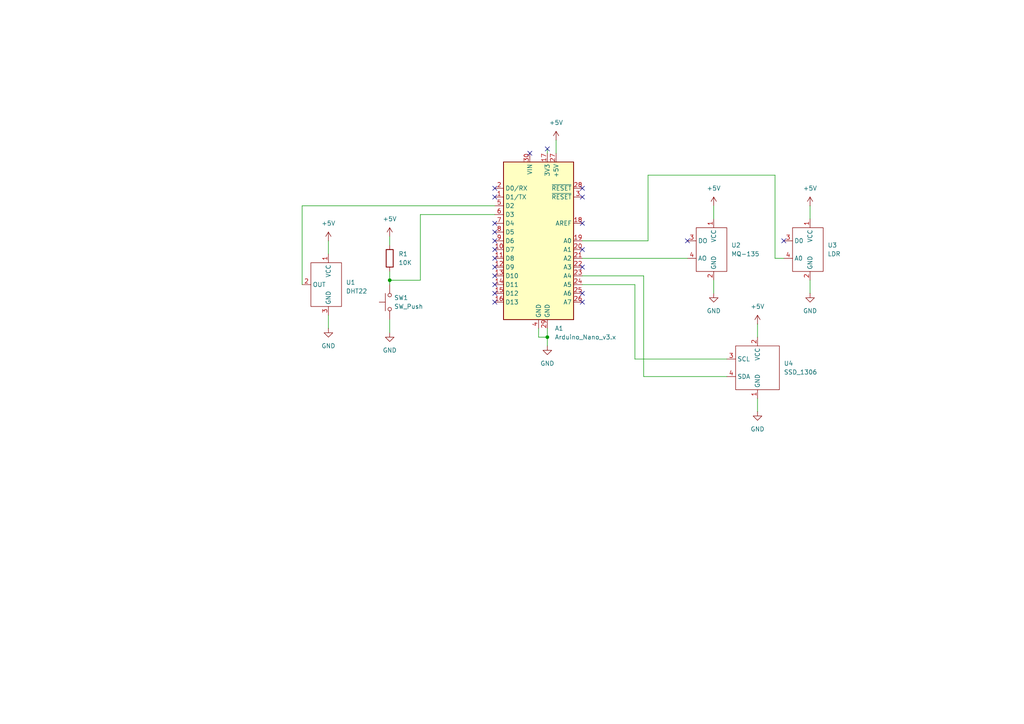
<source format=kicad_sch>
(kicad_sch (version 20250114) (generator "eeschema") (generator_version "9.0")
  (paper "A4")
  (lib_symbols
    (symbol "Device:R" (pin_numbers (hide yes)) (pin_names (offset 0))
      (property "Reference" "R" (at 2.032 0 90))
      (property "Value" "R" (at 0 0 90))
      (symbol "R_0_1"
        (rectangle (start -1.016 -2.54) (end 1.016 2.54) (stroke (width 0.254)))
      )
      (symbol "R_1_1"
        (pin passive line (at 0 3.81 270) (length 1.27) (name "~") (number "1"))
        (pin passive line (at 0 -3.81 90) (length 1.27) (name "~") (number "2"))
      )
    )
    (symbol "LDR:ldr_board"
      (property "Reference" "U" (at 0 0 0))
      (property "Value" "LDR" (at 5.842 0 0))
      (symbol "ldr_board_0_1"
        (rectangle (start -5.08 6.35) (end 3.81 -6.35))
      )
      (symbol "ldr_board_1_1"
        (pin output line (at -7.62 2.54 0) (length 2.54) (name "D0") (number "3"))
        (pin output line (at -7.62 -2.54 0) (length 2.54) (name "A0") (number "4"))
        (pin power_in line (at 0 8.89 270) (length 2.54) (name "VCC") (number "1"))
        (pin power_in line (at 0 -8.89 90) (length 2.54) (name "GND") (number "2"))
      )
    )
    (symbol "MCU_Module:Arduino_Nano_v3.x"
      (property "Reference" "A" (at -10.16 23.495 0))
      (property "Value" "Arduino_Nano_v3.x" (at 5.08 -24.13 0))
      (symbol "Arduino_Nano_v3.x_0_1"
        (rectangle (start -10.16 22.86) (end 10.16 -22.86) (stroke (width 0.254)) (fill (type background)))
      )
      (symbol "Arduino_Nano_v3.x_1_1"
        (pin bidirectional line (at -12.7 15.24 0) (length 2.54) (name "D0/RX") (number "2"))
        (pin bidirectional line (at -12.7 12.7 0) (length 2.54) (name "D1/TX") (number "1"))
        (pin bidirectional line (at -12.7 10.16 0) (length 2.54) (name "D2") (number "5"))
        (pin bidirectional line (at -12.7 7.62 0) (length 2.54) (name "D3") (number "6"))
        (pin bidirectional line (at -12.7 5.08 0) (length 2.54) (name "D4") (number "7"))
        (pin bidirectional line (at -12.7 2.54 0) (length 2.54) (name "D5") (number "8"))
        (pin bidirectional line (at -12.7 0 0) (length 2.54) (name "D6") (number "9"))
        (pin bidirectional line (at -12.7 -2.54 0) (length 2.54) (name "D7") (number "10"))
        (pin bidirectional line (at -12.7 -5.08 0) (length 2.54) (name "D8") (number "11"))
        (pin bidirectional line (at -12.7 -7.62 0) (length 2.54) (name "D9") (number "12"))
        (pin bidirectional line (at -12.7 -10.16 0) (length 2.54) (name "D10") (number "13"))
        (pin bidirectional line (at -12.7 -12.7 0) (length 2.54) (name "D11") (number "14"))
        (pin bidirectional line (at -12.7 -15.24 0) (length 2.54) (name "D12") (number "15"))
        (pin bidirectional line (at -12.7 -17.78 0) (length 2.54) (name "D13") (number "16"))
        (pin power_in line (at -2.54 25.4 270) (length 2.54) (name "VIN") (number "30"))
        (pin power_in line (at 0 -25.4 90) (length 2.54) (name "GND") (number "4"))
        (pin power_out line (at 2.54 25.4 270) (length 2.54) (name "3V3") (number "17"))
        (pin power_in line (at 2.54 -25.4 90) (length 2.54) (name "GND") (number "29"))
        (pin power_out line (at 5.08 25.4 270) (length 2.54) (name "+5V") (number "27"))
        (pin input line (at 12.7 15.24 180) (length 2.54) (name "~{RESET}") (number "28"))
        (pin input line (at 12.7 12.7 180) (length 2.54) (name "~{RESET}") (number "3"))
        (pin input line (at 12.7 5.08 180) (length 2.54) (name "AREF") (number "18"))
        (pin bidirectional line (at 12.7 0 180) (length 2.54) (name "A0") (number "19"))
        (pin bidirectional line (at 12.7 -2.54 180) (length 2.54) (name "A1") (number "20"))
        (pin bidirectional line (at 12.7 -5.08 180) (length 2.54) (name "A2") (number "21"))
        (pin bidirectional line (at 12.7 -7.62 180) (length 2.54) (name "A3") (number "22"))
        (pin bidirectional line (at 12.7 -10.16 180) (length 2.54) (name "A4") (number "23"))
        (pin bidirectional line (at 12.7 -12.7 180) (length 2.54) (name "A5") (number "24"))
        (pin bidirectional line (at 12.7 -15.24 180) (length 2.54) (name "A6") (number "25"))
        (pin bidirectional line (at 12.7 -17.78 180) (length 2.54) (name "A7") (number "26"))
      )
    )
    (symbol "MQ-Gas:MQ135"
      (property "Reference" "U" (at 0 0 0))
      (property "Value" "MQ-135" (at 8.128 0 0))
      (symbol "MQ135_0_1"
        (rectangle (start -5.08 6.35) (end 3.81 -6.35))
      )
      (symbol "MQ135_1_1"
        (pin output line (at -7.62 2.54 0) (length 2.54) (name "DO") (number "3"))
        (pin output line (at -7.62 -2.54 0) (length 2.54) (name "AO") (number "4"))
        (pin power_in line (at 0 8.89 270) (length 2.54) (name "VCC") (number "1"))
        (pin power_in line (at 0 -8.89 90) (length 2.54) (name "GND") (number "2"))
      )
    )
    (symbol "Switch:SW_Push" (pin_numbers (hide yes)) (pin_names (offset 1.016) (hide yes))
      (property "Reference" "SW" (at 1.27 2.54 0))
      (property "Value" "SW_Push" (at 0 -1.524 0))
      (symbol "SW_Push_0_1"
        (circle (center -2.032 0) (radius 0.508))
        (polyline (pts (xy 0 1.27) (xy 0 3.048)))
        (circle (center 2.032 0) (radius 0.508))
        (polyline (pts (xy 2.54 1.27) (xy -2.54 1.27)))
        (pin passive line (at -5.08 0 0) (length 2.54) (name "1") (number "1"))
        (pin passive line (at 5.08 0 180) (length 2.54) (name "2") (number "2"))
      )
    )
    (symbol "dht22:DHT22_Port"
      (property "Reference" "U" (at 0 0 0))
      (property "Value" "DHT22" (at 7.112 0 0))
      (symbol "DHT22_Port_0_1"
        (rectangle (start -5.08 6.35) (end 3.81 -6.35))
      )
      (symbol "DHT22_Port_1_1"
        (pin output line (at -7.62 0 0) (length 2.54) (name "OUT") (number "2"))
        (pin input line (at 0 8.89 270) (length 2.54) (name "VCC") (number "1"))
        (pin input line (at 0 -8.89 90) (length 2.54) (name "GND") (number "3"))
      )
    )
    (symbol "oled_screen:OLED_SCREEN_PORT"
      (property "Reference" "U" (at 0 0 0))
      (property "Value" "SSD_1306" (at 11.938 0.254 0))
      (symbol "OLED_SCREEN_PORT_0_1"
        (rectangle (start -6.35 6.35) (end 6.35 -6.35))
      )
      (symbol "OLED_SCREEN_PORT_1_1"
        (pin input line (at -8.89 2.54 0) (length 2.54) (name "SCL") (number "3"))
        (pin bidirectional line (at -8.89 -2.54 0) (length 2.54) (name "SDA") (number "4"))
        (pin power_in line (at 0 8.89 270) (length 2.54) (name "VCC") (number "2"))
        (pin power_in line (at 0 -8.89 90) (length 2.54) (name "GND") (number "1"))
      )
    )
    (symbol "power:+5V" (power) (pin_numbers (hide yes)) (pin_names (offset 0) (hide yes))
      (property "Value" "+5V" (at 0 3.556 0))
      (symbol "+5V_0_1"
        (polyline (pts (xy -0.762 1.27) (xy 0 2.54)))
        (polyline (pts (xy 0 2.54) (xy 0.762 1.27)))
        (polyline (pts (xy 0 0) (xy 0 2.54)))
      )
      (symbol "+5V_1_1"
        (pin power_in line (at 0 0 90) (length 0) (name "~") (number "1"))
      )
    )
    (symbol "power:GND" (power) (pin_numbers (hide yes)) (pin_names (offset 0) (hide yes))
      (property "Value" "GND" (at 0 -3.81 0))
      (symbol "GND_0_1"
        (polyline (pts (xy 0 0) (xy 0 -1.27) (xy 1.27 -1.27) (xy 0 -2.54) (xy -1.27 -1.27) (xy 0 -1.27)))
      )
      (symbol "GND_1_1"
        (pin power_in line (at 0 0 270) (length 0) (name "~") (number "1"))
      )
    )
  )
  (junction (at 158.75 97.79))
  (junction (at 113.03 81.28))
  (no_connect (at 227.33 69.85))
  (no_connect (at 143.51 77.47))
  (no_connect (at 168.91 85.09))
  (no_connect (at 168.91 64.77))
  (no_connect (at 143.51 67.31))
  (no_connect (at 143.51 85.09))
  (no_connect (at 199.39 69.85))
  (no_connect (at 168.91 77.47))
  (no_connect (at 143.51 69.85))
  (no_connect (at 168.91 57.15))
  (no_connect (at 168.91 87.63))
  (no_connect (at 143.51 74.93))
  (no_connect (at 143.51 57.15))
  (no_connect (at 143.51 54.61))
  (no_connect (at 143.51 82.55))
  (no_connect (at 168.91 54.61))
  (no_connect (at 143.51 80.01))
  (no_connect (at 153.67 44.45))
  (no_connect (at 143.51 87.63))
  (no_connect (at 158.75 43.18))
  (no_connect (at 168.91 72.39))
  (no_connect (at 143.51 72.39))
  (no_connect (at 143.51 64.77))
  (wire (pts (xy 156.21 97.79) (xy 158.75 97.79)))
  (wire (pts (xy 158.75 97.79) (xy 158.75 100.33)))
  (wire (pts (xy 184.15 82.55) (xy 184.15 104.14)))
  (wire (pts (xy 168.91 74.93) (xy 199.39 74.93)))
  (wire (pts (xy 113.03 81.28) (xy 113.03 82.55)))
  (wire (pts (xy 158.75 95.25) (xy 158.75 97.79)))
  (wire (pts (xy 187.96 50.8) (xy 224.79 50.8)))
  (wire (pts (xy 121.92 62.23) (xy 121.92 81.28)))
  (wire (pts (xy 113.03 78.74) (xy 113.03 81.28)))
  (wire (pts (xy 168.91 69.85) (xy 187.96 69.85)))
  (wire (pts (xy 113.03 92.71) (xy 113.03 96.52)))
  (wire (pts (xy 95.25 91.44) (xy 95.25 95.25)))
  (wire (pts (xy 186.69 109.22) (xy 186.69 80.01)))
  (wire (pts (xy 210.82 109.22) (xy 186.69 109.22)))
  (wire (pts (xy 234.95 81.28) (xy 234.95 85.09)))
  (wire (pts (xy 158.75 44.45) (xy 158.75 43.18)))
  (wire (pts (xy 87.63 59.69) (xy 143.51 59.69)))
  (wire (pts (xy 184.15 104.14) (xy 210.82 104.14)))
  (wire (pts (xy 121.92 81.28) (xy 113.03 81.28)))
  (wire (pts (xy 234.95 59.69) (xy 234.95 63.5)))
  (wire (pts (xy 143.51 62.23) (xy 121.92 62.23)))
  (wire (pts (xy 87.63 82.55) (xy 87.63 59.69)))
  (wire (pts (xy 207.01 59.69) (xy 207.01 63.5)))
  (wire (pts (xy 224.79 74.93) (xy 227.33 74.93)))
  (wire (pts (xy 156.21 95.25) (xy 156.21 97.79)))
  (wire (pts (xy 186.69 80.01) (xy 168.91 80.01)))
  (wire (pts (xy 219.71 93.98) (xy 219.71 97.79)))
  (wire (pts (xy 224.79 50.8) (xy 224.79 74.93)))
  (wire (pts (xy 113.03 68.58) (xy 113.03 71.12)))
  (wire (pts (xy 219.71 115.57) (xy 219.71 119.38)))
  (wire (pts (xy 95.25 69.85) (xy 95.25 73.66)))
  (wire (pts (xy 184.15 82.55) (xy 168.91 82.55)))
  (wire (pts (xy 207.01 81.28) (xy 207.01 85.09)))
  (wire (pts (xy 161.29 40.64) (xy 161.29 44.45)))
  (wire (pts (xy 187.96 69.85) (xy 187.96 50.8)))
  (symbol (lib_id "LDR:ldr_board") (at 234.95 72.39 0) (unit 1)
    (property "Reference" "U3" (at 240.03 71.1199 0) (effects (justify left)))
    (property "Value" "LDR" (at 240.03 73.6599 0) (effects (justify left)))
    (property "Footprint" "Connector_PinSocket_2.54mm:PinSocket_1x04_P2.54mm_Horizontal" (effects (hide yes)))
  )
  (symbol (lib_id "Switch:SW_Push") (at 113.03 87.63 90) (unit 1)
    (property "Reference" "SW1" (at 114.3 86.3599 90) (effects (justify right)))
    (property "Value" "SW_Push" (at 114.3 88.8999 90) (effects (justify right)))
    (property "Footprint" "Button_Switch_THT:SW_PUSH_6mm_H5mm" (effects (hide yes)))
    (property "Description" "Push button switch, generic, two pins" (effects (hide yes)))
  )
  (symbol (lib_id "Device:R") (at 113.03 74.93 0) (unit 1)
    (property "Reference" "R1" (at 115.57 73.6599 0) (effects (justify left)))
    (property "Value" "10K" (at 115.57 76.1999 0) (effects (justify left)))
    (property "Footprint" "Resistor_THT:R_Axial_DIN0207_L6.3mm_D2.5mm_P7.62mm_Horizontal" (effects (hide yes)))
    (property "Description" "Resistor" (effects (hide yes)))
  )
  (symbol (lib_id "MQ-Gas:MQ135") (at 207.01 72.39 0) (unit 1)
    (property "Reference" "U2" (at 212.09 71.1199 0) (effects (justify left)))
    (property "Value" "MQ-135" (at 212.09 73.6599 0) (effects (justify left)))
    (property "Footprint" "Connector_PinSocket_2.54mm:PinSocket_1x04_P2.54mm_Horizontal" (effects (hide yes)))
  )
  (symbol (lib_id "power:+5V") (at 113.03 68.58 0) (unit 1)
    (property "Reference" "#PWR04" (effects (hide yes)))
    (property "Value" "+5V" (at 113.03 63.5 0))
    (property "Description" "Power symbol creates a global label with name \"+5V\"" (effects (hide yes)))
  )
  (symbol (lib_id "power:GND") (at 113.03 96.52 0) (unit 1)
    (property "Reference" "#PWR05" (effects (hide yes)))
    (property "Value" "GND" (at 113.03 101.6 0))
    (property "Description" "Power symbol creates a global label with name \"GND\" , ground" (effects (hide yes)))
  )
  (symbol (lib_id "power:GND") (at 158.75 100.33 0) (unit 1)
    (property "Reference" "#PWR01" (effects (hide yes)))
    (property "Value" "GND" (at 158.75 105.41 0))
    (property "Description" "Power symbol creates a global label with name \"GND\" , ground" (effects (hide yes)))
  )
  (symbol (lib_id "dht22:DHT22_Port") (at 95.25 82.55 0) (unit 1)
    (property "Reference" "U1" (at 100.33 81.9149 0) (effects (justify left)))
    (property "Value" "DHT22" (at 100.33 84.4549 0) (effects (justify left)))
    (property "Footprint" "Connector_PinSocket_2.54mm:PinSocket_1x03_P2.54mm_Horizontal" (effects (hide yes)))
  )
  (symbol (lib_id "power:+5V") (at 95.25 69.85 0) (unit 1)
    (property "Reference" "#PWR06" (effects (hide yes)))
    (property "Value" "+5V" (at 95.25 64.77 0))
    (property "Description" "Power symbol creates a global label with name \"+5V\"" (effects (hide yes)))
  )
  (symbol (lib_id "power:+5V") (at 219.71 93.98 0) (unit 1)
    (property "Reference" "#PWR012" (effects (hide yes)))
    (property "Value" "+5V" (at 219.71 88.9 0))
    (property "Description" "Power symbol creates a global label with name \"+5V\"" (effects (hide yes)))
  )
  (symbol (lib_id "power:GND") (at 207.01 85.09 0) (unit 1)
    (property "Reference" "#PWR09" (effects (hide yes)))
    (property "Value" "GND" (at 207.01 90.17 0))
    (property "Description" "Power symbol creates a global label with name \"GND\" , ground" (effects (hide yes)))
  )
  (symbol (lib_id "power:GND") (at 219.71 119.38 0) (unit 1)
    (property "Reference" "#PWR013" (effects (hide yes)))
    (property "Value" "GND" (at 219.71 124.46 0))
    (property "Description" "Power symbol creates a global label with name \"GND\" , ground" (effects (hide yes)))
  )
  (symbol (lib_id "power:+5V") (at 234.95 59.69 0) (unit 1)
    (property "Reference" "#PWR010" (effects (hide yes)))
    (property "Value" "+5V" (at 234.95 54.61 0))
    (property "Description" "Power symbol creates a global label with name \"+5V\"" (effects (hide yes)))
  )
  (symbol (lib_id "power:GND") (at 95.25 95.25 0) (unit 1)
    (property "Reference" "#PWR07" (effects (hide yes)))
    (property "Value" "GND" (at 95.25 100.33 0))
    (property "Description" "Power symbol creates a global label with name \"GND\" , ground" (effects (hide yes)))
  )
  (symbol (lib_id "power:+5V") (at 161.29 40.64 0) (unit 1)
    (property "Reference" "#PWR02" (effects (hide yes)))
    (property "Value" "+5V" (at 161.29 35.56 0))
    (property "Description" "Power symbol creates a global label with name \"+5V\"" (effects (hide yes)))
  )
  (symbol (lib_id "MCU_Module:Arduino_Nano_v3.x") (at 156.21 69.85 0) (unit 1)
    (property "Reference" "A1" (at 160.8933 95.25 0) (effects (justify left)))
    (property "Value" "Arduino_Nano_v3.x" (at 160.8933 97.79 0) (effects (justify left)))
    (property "Footprint" "Module:Arduino_Nano" (effects (hide yes)))
    (property "Datasheet" "http://www.mouser.com/pdfdocs/Gravitech_Arduino_Nano3_0.pdf" (effects (hide yes)))
    (property "Description" "Arduino Nano v3.x" (effects (hide yes)))
  )
  (symbol (lib_id "oled_screen:OLED_SCREEN_PORT") (at 219.71 106.68 0) (unit 1)
    (property "Reference" "U4" (at 227.33 105.4099 0) (effects (justify left)))
    (property "Value" "SSD_1306" (at 227.33 107.9499 0) (effects (justify left)))
    (property "Footprint" "ssd1306:SSD1306" (effects (hide yes)))
  )
  (symbol (lib_id "power:+5V") (at 207.01 59.69 0) (unit 1)
    (property "Reference" "#PWR08" (effects (hide yes)))
    (property "Value" "+5V" (at 207.01 54.61 0))
    (property "Description" "Power symbol creates a global label with name \"+5V\"" (effects (hide yes)))
  )
  (symbol (lib_id "power:GND") (at 234.95 85.09 0) (unit 1)
    (property "Reference" "#PWR011" (effects (hide yes)))
    (property "Value" "GND" (at 234.95 90.17 0))
    (property "Description" "Power symbol creates a global label with name \"GND\" , ground" (effects (hide yes)))
  )
)
</source>
